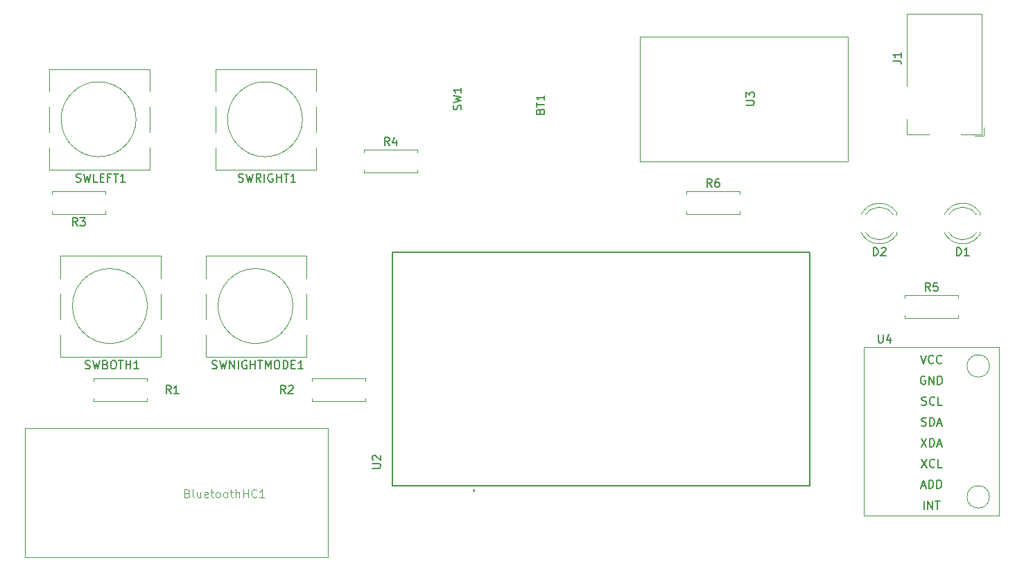
<source format=gbr>
%TF.GenerationSoftware,KiCad,Pcbnew,7.0.2*%
%TF.CreationDate,2023-06-14T14:53:58-05:00*%
%TF.ProjectId,ControlRemoto,436f6e74-726f-46c5-9265-6d6f746f2e6b,rev?*%
%TF.SameCoordinates,Original*%
%TF.FileFunction,Legend,Top*%
%TF.FilePolarity,Positive*%
%FSLAX46Y46*%
G04 Gerber Fmt 4.6, Leading zero omitted, Abs format (unit mm)*
G04 Created by KiCad (PCBNEW 7.0.2) date 2023-06-14 14:53:58*
%MOMM*%
%LPD*%
G01*
G04 APERTURE LIST*
%ADD10C,0.150000*%
%ADD11C,0.100000*%
%ADD12C,0.120000*%
%ADD13C,0.127000*%
%ADD14C,0.200000*%
G04 APERTURE END LIST*
D10*
%TO.C,R4*%
X91273333Y-41272619D02*
X90940000Y-40796428D01*
X90701905Y-41272619D02*
X90701905Y-40272619D01*
X90701905Y-40272619D02*
X91082857Y-40272619D01*
X91082857Y-40272619D02*
X91178095Y-40320238D01*
X91178095Y-40320238D02*
X91225714Y-40367857D01*
X91225714Y-40367857D02*
X91273333Y-40463095D01*
X91273333Y-40463095D02*
X91273333Y-40605952D01*
X91273333Y-40605952D02*
X91225714Y-40701190D01*
X91225714Y-40701190D02*
X91178095Y-40748809D01*
X91178095Y-40748809D02*
X91082857Y-40796428D01*
X91082857Y-40796428D02*
X90701905Y-40796428D01*
X92130476Y-40605952D02*
X92130476Y-41272619D01*
X91892381Y-40225000D02*
X91654286Y-40939285D01*
X91654286Y-40939285D02*
X92273333Y-40939285D01*
%TO.C,SWRIGHT1*%
X72883810Y-45675000D02*
X73026667Y-45722619D01*
X73026667Y-45722619D02*
X73264762Y-45722619D01*
X73264762Y-45722619D02*
X73360000Y-45675000D01*
X73360000Y-45675000D02*
X73407619Y-45627380D01*
X73407619Y-45627380D02*
X73455238Y-45532142D01*
X73455238Y-45532142D02*
X73455238Y-45436904D01*
X73455238Y-45436904D02*
X73407619Y-45341666D01*
X73407619Y-45341666D02*
X73360000Y-45294047D01*
X73360000Y-45294047D02*
X73264762Y-45246428D01*
X73264762Y-45246428D02*
X73074286Y-45198809D01*
X73074286Y-45198809D02*
X72979048Y-45151190D01*
X72979048Y-45151190D02*
X72931429Y-45103571D01*
X72931429Y-45103571D02*
X72883810Y-45008333D01*
X72883810Y-45008333D02*
X72883810Y-44913095D01*
X72883810Y-44913095D02*
X72931429Y-44817857D01*
X72931429Y-44817857D02*
X72979048Y-44770238D01*
X72979048Y-44770238D02*
X73074286Y-44722619D01*
X73074286Y-44722619D02*
X73312381Y-44722619D01*
X73312381Y-44722619D02*
X73455238Y-44770238D01*
X73788572Y-44722619D02*
X74026667Y-45722619D01*
X74026667Y-45722619D02*
X74217143Y-45008333D01*
X74217143Y-45008333D02*
X74407619Y-45722619D01*
X74407619Y-45722619D02*
X74645715Y-44722619D01*
X75598095Y-45722619D02*
X75264762Y-45246428D01*
X75026667Y-45722619D02*
X75026667Y-44722619D01*
X75026667Y-44722619D02*
X75407619Y-44722619D01*
X75407619Y-44722619D02*
X75502857Y-44770238D01*
X75502857Y-44770238D02*
X75550476Y-44817857D01*
X75550476Y-44817857D02*
X75598095Y-44913095D01*
X75598095Y-44913095D02*
X75598095Y-45055952D01*
X75598095Y-45055952D02*
X75550476Y-45151190D01*
X75550476Y-45151190D02*
X75502857Y-45198809D01*
X75502857Y-45198809D02*
X75407619Y-45246428D01*
X75407619Y-45246428D02*
X75026667Y-45246428D01*
X76026667Y-45722619D02*
X76026667Y-44722619D01*
X77026666Y-44770238D02*
X76931428Y-44722619D01*
X76931428Y-44722619D02*
X76788571Y-44722619D01*
X76788571Y-44722619D02*
X76645714Y-44770238D01*
X76645714Y-44770238D02*
X76550476Y-44865476D01*
X76550476Y-44865476D02*
X76502857Y-44960714D01*
X76502857Y-44960714D02*
X76455238Y-45151190D01*
X76455238Y-45151190D02*
X76455238Y-45294047D01*
X76455238Y-45294047D02*
X76502857Y-45484523D01*
X76502857Y-45484523D02*
X76550476Y-45579761D01*
X76550476Y-45579761D02*
X76645714Y-45675000D01*
X76645714Y-45675000D02*
X76788571Y-45722619D01*
X76788571Y-45722619D02*
X76883809Y-45722619D01*
X76883809Y-45722619D02*
X77026666Y-45675000D01*
X77026666Y-45675000D02*
X77074285Y-45627380D01*
X77074285Y-45627380D02*
X77074285Y-45294047D01*
X77074285Y-45294047D02*
X76883809Y-45294047D01*
X77502857Y-45722619D02*
X77502857Y-44722619D01*
X77502857Y-45198809D02*
X78074285Y-45198809D01*
X78074285Y-45722619D02*
X78074285Y-44722619D01*
X78407619Y-44722619D02*
X78979047Y-44722619D01*
X78693333Y-45722619D02*
X78693333Y-44722619D01*
X79836190Y-45722619D02*
X79264762Y-45722619D01*
X79550476Y-45722619D02*
X79550476Y-44722619D01*
X79550476Y-44722619D02*
X79455238Y-44865476D01*
X79455238Y-44865476D02*
X79360000Y-44960714D01*
X79360000Y-44960714D02*
X79264762Y-45008333D01*
%TO.C,BT1*%
X109698809Y-37085714D02*
X109746428Y-36942857D01*
X109746428Y-36942857D02*
X109794047Y-36895238D01*
X109794047Y-36895238D02*
X109889285Y-36847619D01*
X109889285Y-36847619D02*
X110032142Y-36847619D01*
X110032142Y-36847619D02*
X110127380Y-36895238D01*
X110127380Y-36895238D02*
X110175000Y-36942857D01*
X110175000Y-36942857D02*
X110222619Y-37038095D01*
X110222619Y-37038095D02*
X110222619Y-37419047D01*
X110222619Y-37419047D02*
X109222619Y-37419047D01*
X109222619Y-37419047D02*
X109222619Y-37085714D01*
X109222619Y-37085714D02*
X109270238Y-36990476D01*
X109270238Y-36990476D02*
X109317857Y-36942857D01*
X109317857Y-36942857D02*
X109413095Y-36895238D01*
X109413095Y-36895238D02*
X109508333Y-36895238D01*
X109508333Y-36895238D02*
X109603571Y-36942857D01*
X109603571Y-36942857D02*
X109651190Y-36990476D01*
X109651190Y-36990476D02*
X109698809Y-37085714D01*
X109698809Y-37085714D02*
X109698809Y-37419047D01*
X109222619Y-36561904D02*
X109222619Y-35990476D01*
X110222619Y-36276190D02*
X109222619Y-36276190D01*
X110222619Y-35133333D02*
X110222619Y-35704761D01*
X110222619Y-35419047D02*
X109222619Y-35419047D01*
X109222619Y-35419047D02*
X109365476Y-35514285D01*
X109365476Y-35514285D02*
X109460714Y-35609523D01*
X109460714Y-35609523D02*
X109508333Y-35704761D01*
%TO.C,R5*%
X157313333Y-59052619D02*
X156980000Y-58576428D01*
X156741905Y-59052619D02*
X156741905Y-58052619D01*
X156741905Y-58052619D02*
X157122857Y-58052619D01*
X157122857Y-58052619D02*
X157218095Y-58100238D01*
X157218095Y-58100238D02*
X157265714Y-58147857D01*
X157265714Y-58147857D02*
X157313333Y-58243095D01*
X157313333Y-58243095D02*
X157313333Y-58385952D01*
X157313333Y-58385952D02*
X157265714Y-58481190D01*
X157265714Y-58481190D02*
X157218095Y-58528809D01*
X157218095Y-58528809D02*
X157122857Y-58576428D01*
X157122857Y-58576428D02*
X156741905Y-58576428D01*
X158218095Y-58052619D02*
X157741905Y-58052619D01*
X157741905Y-58052619D02*
X157694286Y-58528809D01*
X157694286Y-58528809D02*
X157741905Y-58481190D01*
X157741905Y-58481190D02*
X157837143Y-58433571D01*
X157837143Y-58433571D02*
X158075238Y-58433571D01*
X158075238Y-58433571D02*
X158170476Y-58481190D01*
X158170476Y-58481190D02*
X158218095Y-58528809D01*
X158218095Y-58528809D02*
X158265714Y-58624047D01*
X158265714Y-58624047D02*
X158265714Y-58862142D01*
X158265714Y-58862142D02*
X158218095Y-58957380D01*
X158218095Y-58957380D02*
X158170476Y-59005000D01*
X158170476Y-59005000D02*
X158075238Y-59052619D01*
X158075238Y-59052619D02*
X157837143Y-59052619D01*
X157837143Y-59052619D02*
X157741905Y-59005000D01*
X157741905Y-59005000D02*
X157694286Y-58957380D01*
%TO.C,U2*%
X89217619Y-80696904D02*
X90027142Y-80696904D01*
X90027142Y-80696904D02*
X90122380Y-80649285D01*
X90122380Y-80649285D02*
X90170000Y-80601666D01*
X90170000Y-80601666D02*
X90217619Y-80506428D01*
X90217619Y-80506428D02*
X90217619Y-80315952D01*
X90217619Y-80315952D02*
X90170000Y-80220714D01*
X90170000Y-80220714D02*
X90122380Y-80173095D01*
X90122380Y-80173095D02*
X90027142Y-80125476D01*
X90027142Y-80125476D02*
X89217619Y-80125476D01*
X89312857Y-79696904D02*
X89265238Y-79649285D01*
X89265238Y-79649285D02*
X89217619Y-79554047D01*
X89217619Y-79554047D02*
X89217619Y-79315952D01*
X89217619Y-79315952D02*
X89265238Y-79220714D01*
X89265238Y-79220714D02*
X89312857Y-79173095D01*
X89312857Y-79173095D02*
X89408095Y-79125476D01*
X89408095Y-79125476D02*
X89503333Y-79125476D01*
X89503333Y-79125476D02*
X89646190Y-79173095D01*
X89646190Y-79173095D02*
X90217619Y-79744523D01*
X90217619Y-79744523D02*
X90217619Y-79125476D01*
%TO.C,R2*%
X78573333Y-71582619D02*
X78240000Y-71106428D01*
X78001905Y-71582619D02*
X78001905Y-70582619D01*
X78001905Y-70582619D02*
X78382857Y-70582619D01*
X78382857Y-70582619D02*
X78478095Y-70630238D01*
X78478095Y-70630238D02*
X78525714Y-70677857D01*
X78525714Y-70677857D02*
X78573333Y-70773095D01*
X78573333Y-70773095D02*
X78573333Y-70915952D01*
X78573333Y-70915952D02*
X78525714Y-71011190D01*
X78525714Y-71011190D02*
X78478095Y-71058809D01*
X78478095Y-71058809D02*
X78382857Y-71106428D01*
X78382857Y-71106428D02*
X78001905Y-71106428D01*
X78954286Y-70677857D02*
X79001905Y-70630238D01*
X79001905Y-70630238D02*
X79097143Y-70582619D01*
X79097143Y-70582619D02*
X79335238Y-70582619D01*
X79335238Y-70582619D02*
X79430476Y-70630238D01*
X79430476Y-70630238D02*
X79478095Y-70677857D01*
X79478095Y-70677857D02*
X79525714Y-70773095D01*
X79525714Y-70773095D02*
X79525714Y-70868333D01*
X79525714Y-70868333D02*
X79478095Y-71011190D01*
X79478095Y-71011190D02*
X78906667Y-71582619D01*
X78906667Y-71582619D02*
X79525714Y-71582619D01*
%TO.C,SWNIGHTMODE1*%
X69652381Y-68495000D02*
X69795238Y-68542619D01*
X69795238Y-68542619D02*
X70033333Y-68542619D01*
X70033333Y-68542619D02*
X70128571Y-68495000D01*
X70128571Y-68495000D02*
X70176190Y-68447380D01*
X70176190Y-68447380D02*
X70223809Y-68352142D01*
X70223809Y-68352142D02*
X70223809Y-68256904D01*
X70223809Y-68256904D02*
X70176190Y-68161666D01*
X70176190Y-68161666D02*
X70128571Y-68114047D01*
X70128571Y-68114047D02*
X70033333Y-68066428D01*
X70033333Y-68066428D02*
X69842857Y-68018809D01*
X69842857Y-68018809D02*
X69747619Y-67971190D01*
X69747619Y-67971190D02*
X69700000Y-67923571D01*
X69700000Y-67923571D02*
X69652381Y-67828333D01*
X69652381Y-67828333D02*
X69652381Y-67733095D01*
X69652381Y-67733095D02*
X69700000Y-67637857D01*
X69700000Y-67637857D02*
X69747619Y-67590238D01*
X69747619Y-67590238D02*
X69842857Y-67542619D01*
X69842857Y-67542619D02*
X70080952Y-67542619D01*
X70080952Y-67542619D02*
X70223809Y-67590238D01*
X70557143Y-67542619D02*
X70795238Y-68542619D01*
X70795238Y-68542619D02*
X70985714Y-67828333D01*
X70985714Y-67828333D02*
X71176190Y-68542619D01*
X71176190Y-68542619D02*
X71414286Y-67542619D01*
X71795238Y-68542619D02*
X71795238Y-67542619D01*
X71795238Y-67542619D02*
X72366666Y-68542619D01*
X72366666Y-68542619D02*
X72366666Y-67542619D01*
X72842857Y-68542619D02*
X72842857Y-67542619D01*
X73842856Y-67590238D02*
X73747618Y-67542619D01*
X73747618Y-67542619D02*
X73604761Y-67542619D01*
X73604761Y-67542619D02*
X73461904Y-67590238D01*
X73461904Y-67590238D02*
X73366666Y-67685476D01*
X73366666Y-67685476D02*
X73319047Y-67780714D01*
X73319047Y-67780714D02*
X73271428Y-67971190D01*
X73271428Y-67971190D02*
X73271428Y-68114047D01*
X73271428Y-68114047D02*
X73319047Y-68304523D01*
X73319047Y-68304523D02*
X73366666Y-68399761D01*
X73366666Y-68399761D02*
X73461904Y-68495000D01*
X73461904Y-68495000D02*
X73604761Y-68542619D01*
X73604761Y-68542619D02*
X73699999Y-68542619D01*
X73699999Y-68542619D02*
X73842856Y-68495000D01*
X73842856Y-68495000D02*
X73890475Y-68447380D01*
X73890475Y-68447380D02*
X73890475Y-68114047D01*
X73890475Y-68114047D02*
X73699999Y-68114047D01*
X74319047Y-68542619D02*
X74319047Y-67542619D01*
X74319047Y-68018809D02*
X74890475Y-68018809D01*
X74890475Y-68542619D02*
X74890475Y-67542619D01*
X75223809Y-67542619D02*
X75795237Y-67542619D01*
X75509523Y-68542619D02*
X75509523Y-67542619D01*
X76128571Y-68542619D02*
X76128571Y-67542619D01*
X76128571Y-67542619D02*
X76461904Y-68256904D01*
X76461904Y-68256904D02*
X76795237Y-67542619D01*
X76795237Y-67542619D02*
X76795237Y-68542619D01*
X77461904Y-67542619D02*
X77652380Y-67542619D01*
X77652380Y-67542619D02*
X77747618Y-67590238D01*
X77747618Y-67590238D02*
X77842856Y-67685476D01*
X77842856Y-67685476D02*
X77890475Y-67875952D01*
X77890475Y-67875952D02*
X77890475Y-68209285D01*
X77890475Y-68209285D02*
X77842856Y-68399761D01*
X77842856Y-68399761D02*
X77747618Y-68495000D01*
X77747618Y-68495000D02*
X77652380Y-68542619D01*
X77652380Y-68542619D02*
X77461904Y-68542619D01*
X77461904Y-68542619D02*
X77366666Y-68495000D01*
X77366666Y-68495000D02*
X77271428Y-68399761D01*
X77271428Y-68399761D02*
X77223809Y-68209285D01*
X77223809Y-68209285D02*
X77223809Y-67875952D01*
X77223809Y-67875952D02*
X77271428Y-67685476D01*
X77271428Y-67685476D02*
X77366666Y-67590238D01*
X77366666Y-67590238D02*
X77461904Y-67542619D01*
X78319047Y-68542619D02*
X78319047Y-67542619D01*
X78319047Y-67542619D02*
X78557142Y-67542619D01*
X78557142Y-67542619D02*
X78699999Y-67590238D01*
X78699999Y-67590238D02*
X78795237Y-67685476D01*
X78795237Y-67685476D02*
X78842856Y-67780714D01*
X78842856Y-67780714D02*
X78890475Y-67971190D01*
X78890475Y-67971190D02*
X78890475Y-68114047D01*
X78890475Y-68114047D02*
X78842856Y-68304523D01*
X78842856Y-68304523D02*
X78795237Y-68399761D01*
X78795237Y-68399761D02*
X78699999Y-68495000D01*
X78699999Y-68495000D02*
X78557142Y-68542619D01*
X78557142Y-68542619D02*
X78319047Y-68542619D01*
X79319047Y-68018809D02*
X79652380Y-68018809D01*
X79795237Y-68542619D02*
X79319047Y-68542619D01*
X79319047Y-68542619D02*
X79319047Y-67542619D01*
X79319047Y-67542619D02*
X79795237Y-67542619D01*
X80747618Y-68542619D02*
X80176190Y-68542619D01*
X80461904Y-68542619D02*
X80461904Y-67542619D01*
X80461904Y-67542619D02*
X80366666Y-67685476D01*
X80366666Y-67685476D02*
X80271428Y-67780714D01*
X80271428Y-67780714D02*
X80176190Y-67828333D01*
%TO.C,R6*%
X130643333Y-46352619D02*
X130310000Y-45876428D01*
X130071905Y-46352619D02*
X130071905Y-45352619D01*
X130071905Y-45352619D02*
X130452857Y-45352619D01*
X130452857Y-45352619D02*
X130548095Y-45400238D01*
X130548095Y-45400238D02*
X130595714Y-45447857D01*
X130595714Y-45447857D02*
X130643333Y-45543095D01*
X130643333Y-45543095D02*
X130643333Y-45685952D01*
X130643333Y-45685952D02*
X130595714Y-45781190D01*
X130595714Y-45781190D02*
X130548095Y-45828809D01*
X130548095Y-45828809D02*
X130452857Y-45876428D01*
X130452857Y-45876428D02*
X130071905Y-45876428D01*
X131500476Y-45352619D02*
X131310000Y-45352619D01*
X131310000Y-45352619D02*
X131214762Y-45400238D01*
X131214762Y-45400238D02*
X131167143Y-45447857D01*
X131167143Y-45447857D02*
X131071905Y-45590714D01*
X131071905Y-45590714D02*
X131024286Y-45781190D01*
X131024286Y-45781190D02*
X131024286Y-46162142D01*
X131024286Y-46162142D02*
X131071905Y-46257380D01*
X131071905Y-46257380D02*
X131119524Y-46305000D01*
X131119524Y-46305000D02*
X131214762Y-46352619D01*
X131214762Y-46352619D02*
X131405238Y-46352619D01*
X131405238Y-46352619D02*
X131500476Y-46305000D01*
X131500476Y-46305000D02*
X131548095Y-46257380D01*
X131548095Y-46257380D02*
X131595714Y-46162142D01*
X131595714Y-46162142D02*
X131595714Y-45924047D01*
X131595714Y-45924047D02*
X131548095Y-45828809D01*
X131548095Y-45828809D02*
X131500476Y-45781190D01*
X131500476Y-45781190D02*
X131405238Y-45733571D01*
X131405238Y-45733571D02*
X131214762Y-45733571D01*
X131214762Y-45733571D02*
X131119524Y-45781190D01*
X131119524Y-45781190D02*
X131071905Y-45828809D01*
X131071905Y-45828809D02*
X131024286Y-45924047D01*
%TO.C,SWBOTH1*%
X54158095Y-68495000D02*
X54300952Y-68542619D01*
X54300952Y-68542619D02*
X54539047Y-68542619D01*
X54539047Y-68542619D02*
X54634285Y-68495000D01*
X54634285Y-68495000D02*
X54681904Y-68447380D01*
X54681904Y-68447380D02*
X54729523Y-68352142D01*
X54729523Y-68352142D02*
X54729523Y-68256904D01*
X54729523Y-68256904D02*
X54681904Y-68161666D01*
X54681904Y-68161666D02*
X54634285Y-68114047D01*
X54634285Y-68114047D02*
X54539047Y-68066428D01*
X54539047Y-68066428D02*
X54348571Y-68018809D01*
X54348571Y-68018809D02*
X54253333Y-67971190D01*
X54253333Y-67971190D02*
X54205714Y-67923571D01*
X54205714Y-67923571D02*
X54158095Y-67828333D01*
X54158095Y-67828333D02*
X54158095Y-67733095D01*
X54158095Y-67733095D02*
X54205714Y-67637857D01*
X54205714Y-67637857D02*
X54253333Y-67590238D01*
X54253333Y-67590238D02*
X54348571Y-67542619D01*
X54348571Y-67542619D02*
X54586666Y-67542619D01*
X54586666Y-67542619D02*
X54729523Y-67590238D01*
X55062857Y-67542619D02*
X55300952Y-68542619D01*
X55300952Y-68542619D02*
X55491428Y-67828333D01*
X55491428Y-67828333D02*
X55681904Y-68542619D01*
X55681904Y-68542619D02*
X55920000Y-67542619D01*
X56634285Y-68018809D02*
X56777142Y-68066428D01*
X56777142Y-68066428D02*
X56824761Y-68114047D01*
X56824761Y-68114047D02*
X56872380Y-68209285D01*
X56872380Y-68209285D02*
X56872380Y-68352142D01*
X56872380Y-68352142D02*
X56824761Y-68447380D01*
X56824761Y-68447380D02*
X56777142Y-68495000D01*
X56777142Y-68495000D02*
X56681904Y-68542619D01*
X56681904Y-68542619D02*
X56300952Y-68542619D01*
X56300952Y-68542619D02*
X56300952Y-67542619D01*
X56300952Y-67542619D02*
X56634285Y-67542619D01*
X56634285Y-67542619D02*
X56729523Y-67590238D01*
X56729523Y-67590238D02*
X56777142Y-67637857D01*
X56777142Y-67637857D02*
X56824761Y-67733095D01*
X56824761Y-67733095D02*
X56824761Y-67828333D01*
X56824761Y-67828333D02*
X56777142Y-67923571D01*
X56777142Y-67923571D02*
X56729523Y-67971190D01*
X56729523Y-67971190D02*
X56634285Y-68018809D01*
X56634285Y-68018809D02*
X56300952Y-68018809D01*
X57491428Y-67542619D02*
X57681904Y-67542619D01*
X57681904Y-67542619D02*
X57777142Y-67590238D01*
X57777142Y-67590238D02*
X57872380Y-67685476D01*
X57872380Y-67685476D02*
X57919999Y-67875952D01*
X57919999Y-67875952D02*
X57919999Y-68209285D01*
X57919999Y-68209285D02*
X57872380Y-68399761D01*
X57872380Y-68399761D02*
X57777142Y-68495000D01*
X57777142Y-68495000D02*
X57681904Y-68542619D01*
X57681904Y-68542619D02*
X57491428Y-68542619D01*
X57491428Y-68542619D02*
X57396190Y-68495000D01*
X57396190Y-68495000D02*
X57300952Y-68399761D01*
X57300952Y-68399761D02*
X57253333Y-68209285D01*
X57253333Y-68209285D02*
X57253333Y-67875952D01*
X57253333Y-67875952D02*
X57300952Y-67685476D01*
X57300952Y-67685476D02*
X57396190Y-67590238D01*
X57396190Y-67590238D02*
X57491428Y-67542619D01*
X58205714Y-67542619D02*
X58777142Y-67542619D01*
X58491428Y-68542619D02*
X58491428Y-67542619D01*
X59110476Y-68542619D02*
X59110476Y-67542619D01*
X59110476Y-68018809D02*
X59681904Y-68018809D01*
X59681904Y-68542619D02*
X59681904Y-67542619D01*
X60681904Y-68542619D02*
X60110476Y-68542619D01*
X60396190Y-68542619D02*
X60396190Y-67542619D01*
X60396190Y-67542619D02*
X60300952Y-67685476D01*
X60300952Y-67685476D02*
X60205714Y-67780714D01*
X60205714Y-67780714D02*
X60110476Y-67828333D01*
%TO.C,D1*%
X160551905Y-54722619D02*
X160551905Y-53722619D01*
X160551905Y-53722619D02*
X160790000Y-53722619D01*
X160790000Y-53722619D02*
X160932857Y-53770238D01*
X160932857Y-53770238D02*
X161028095Y-53865476D01*
X161028095Y-53865476D02*
X161075714Y-53960714D01*
X161075714Y-53960714D02*
X161123333Y-54151190D01*
X161123333Y-54151190D02*
X161123333Y-54294047D01*
X161123333Y-54294047D02*
X161075714Y-54484523D01*
X161075714Y-54484523D02*
X161028095Y-54579761D01*
X161028095Y-54579761D02*
X160932857Y-54675000D01*
X160932857Y-54675000D02*
X160790000Y-54722619D01*
X160790000Y-54722619D02*
X160551905Y-54722619D01*
X162075714Y-54722619D02*
X161504286Y-54722619D01*
X161790000Y-54722619D02*
X161790000Y-53722619D01*
X161790000Y-53722619D02*
X161694762Y-53865476D01*
X161694762Y-53865476D02*
X161599524Y-53960714D01*
X161599524Y-53960714D02*
X161504286Y-54008333D01*
%TO.C,U3*%
X134852619Y-36321904D02*
X135662142Y-36321904D01*
X135662142Y-36321904D02*
X135757380Y-36274285D01*
X135757380Y-36274285D02*
X135805000Y-36226666D01*
X135805000Y-36226666D02*
X135852619Y-36131428D01*
X135852619Y-36131428D02*
X135852619Y-35940952D01*
X135852619Y-35940952D02*
X135805000Y-35845714D01*
X135805000Y-35845714D02*
X135757380Y-35798095D01*
X135757380Y-35798095D02*
X135662142Y-35750476D01*
X135662142Y-35750476D02*
X134852619Y-35750476D01*
X134852619Y-35369523D02*
X134852619Y-34750476D01*
X134852619Y-34750476D02*
X135233571Y-35083809D01*
X135233571Y-35083809D02*
X135233571Y-34940952D01*
X135233571Y-34940952D02*
X135281190Y-34845714D01*
X135281190Y-34845714D02*
X135328809Y-34798095D01*
X135328809Y-34798095D02*
X135424047Y-34750476D01*
X135424047Y-34750476D02*
X135662142Y-34750476D01*
X135662142Y-34750476D02*
X135757380Y-34798095D01*
X135757380Y-34798095D02*
X135805000Y-34845714D01*
X135805000Y-34845714D02*
X135852619Y-34940952D01*
X135852619Y-34940952D02*
X135852619Y-35226666D01*
X135852619Y-35226666D02*
X135805000Y-35321904D01*
X135805000Y-35321904D02*
X135757380Y-35369523D01*
%TO.C,SWLEFT1*%
X53040000Y-45675000D02*
X53182857Y-45722619D01*
X53182857Y-45722619D02*
X53420952Y-45722619D01*
X53420952Y-45722619D02*
X53516190Y-45675000D01*
X53516190Y-45675000D02*
X53563809Y-45627380D01*
X53563809Y-45627380D02*
X53611428Y-45532142D01*
X53611428Y-45532142D02*
X53611428Y-45436904D01*
X53611428Y-45436904D02*
X53563809Y-45341666D01*
X53563809Y-45341666D02*
X53516190Y-45294047D01*
X53516190Y-45294047D02*
X53420952Y-45246428D01*
X53420952Y-45246428D02*
X53230476Y-45198809D01*
X53230476Y-45198809D02*
X53135238Y-45151190D01*
X53135238Y-45151190D02*
X53087619Y-45103571D01*
X53087619Y-45103571D02*
X53040000Y-45008333D01*
X53040000Y-45008333D02*
X53040000Y-44913095D01*
X53040000Y-44913095D02*
X53087619Y-44817857D01*
X53087619Y-44817857D02*
X53135238Y-44770238D01*
X53135238Y-44770238D02*
X53230476Y-44722619D01*
X53230476Y-44722619D02*
X53468571Y-44722619D01*
X53468571Y-44722619D02*
X53611428Y-44770238D01*
X53944762Y-44722619D02*
X54182857Y-45722619D01*
X54182857Y-45722619D02*
X54373333Y-45008333D01*
X54373333Y-45008333D02*
X54563809Y-45722619D01*
X54563809Y-45722619D02*
X54801905Y-44722619D01*
X55659047Y-45722619D02*
X55182857Y-45722619D01*
X55182857Y-45722619D02*
X55182857Y-44722619D01*
X55992381Y-45198809D02*
X56325714Y-45198809D01*
X56468571Y-45722619D02*
X55992381Y-45722619D01*
X55992381Y-45722619D02*
X55992381Y-44722619D01*
X55992381Y-44722619D02*
X56468571Y-44722619D01*
X57230476Y-45198809D02*
X56897143Y-45198809D01*
X56897143Y-45722619D02*
X56897143Y-44722619D01*
X56897143Y-44722619D02*
X57373333Y-44722619D01*
X57611429Y-44722619D02*
X58182857Y-44722619D01*
X57897143Y-45722619D02*
X57897143Y-44722619D01*
X59040000Y-45722619D02*
X58468572Y-45722619D01*
X58754286Y-45722619D02*
X58754286Y-44722619D01*
X58754286Y-44722619D02*
X58659048Y-44865476D01*
X58659048Y-44865476D02*
X58563810Y-44960714D01*
X58563810Y-44960714D02*
X58468572Y-45008333D01*
%TO.C,SW1*%
X100015000Y-36893332D02*
X100062619Y-36750475D01*
X100062619Y-36750475D02*
X100062619Y-36512380D01*
X100062619Y-36512380D02*
X100015000Y-36417142D01*
X100015000Y-36417142D02*
X99967380Y-36369523D01*
X99967380Y-36369523D02*
X99872142Y-36321904D01*
X99872142Y-36321904D02*
X99776904Y-36321904D01*
X99776904Y-36321904D02*
X99681666Y-36369523D01*
X99681666Y-36369523D02*
X99634047Y-36417142D01*
X99634047Y-36417142D02*
X99586428Y-36512380D01*
X99586428Y-36512380D02*
X99538809Y-36702856D01*
X99538809Y-36702856D02*
X99491190Y-36798094D01*
X99491190Y-36798094D02*
X99443571Y-36845713D01*
X99443571Y-36845713D02*
X99348333Y-36893332D01*
X99348333Y-36893332D02*
X99253095Y-36893332D01*
X99253095Y-36893332D02*
X99157857Y-36845713D01*
X99157857Y-36845713D02*
X99110238Y-36798094D01*
X99110238Y-36798094D02*
X99062619Y-36702856D01*
X99062619Y-36702856D02*
X99062619Y-36464761D01*
X99062619Y-36464761D02*
X99110238Y-36321904D01*
X99062619Y-35988570D02*
X100062619Y-35750475D01*
X100062619Y-35750475D02*
X99348333Y-35559999D01*
X99348333Y-35559999D02*
X100062619Y-35369523D01*
X100062619Y-35369523D02*
X99062619Y-35131428D01*
X100062619Y-34226666D02*
X100062619Y-34798094D01*
X100062619Y-34512380D02*
X99062619Y-34512380D01*
X99062619Y-34512380D02*
X99205476Y-34607618D01*
X99205476Y-34607618D02*
X99300714Y-34702856D01*
X99300714Y-34702856D02*
X99348333Y-34798094D01*
%TO.C,J1*%
X152775119Y-30903333D02*
X153489404Y-30903333D01*
X153489404Y-30903333D02*
X153632261Y-30950952D01*
X153632261Y-30950952D02*
X153727500Y-31046190D01*
X153727500Y-31046190D02*
X153775119Y-31189047D01*
X153775119Y-31189047D02*
X153775119Y-31284285D01*
X153775119Y-29903333D02*
X153775119Y-30474761D01*
X153775119Y-30189047D02*
X152775119Y-30189047D01*
X152775119Y-30189047D02*
X152917976Y-30284285D01*
X152917976Y-30284285D02*
X153013214Y-30379523D01*
X153013214Y-30379523D02*
X153060833Y-30474761D01*
%TO.C,R3*%
X53173333Y-51092619D02*
X52840000Y-50616428D01*
X52601905Y-51092619D02*
X52601905Y-50092619D01*
X52601905Y-50092619D02*
X52982857Y-50092619D01*
X52982857Y-50092619D02*
X53078095Y-50140238D01*
X53078095Y-50140238D02*
X53125714Y-50187857D01*
X53125714Y-50187857D02*
X53173333Y-50283095D01*
X53173333Y-50283095D02*
X53173333Y-50425952D01*
X53173333Y-50425952D02*
X53125714Y-50521190D01*
X53125714Y-50521190D02*
X53078095Y-50568809D01*
X53078095Y-50568809D02*
X52982857Y-50616428D01*
X52982857Y-50616428D02*
X52601905Y-50616428D01*
X53506667Y-50092619D02*
X54125714Y-50092619D01*
X54125714Y-50092619D02*
X53792381Y-50473571D01*
X53792381Y-50473571D02*
X53935238Y-50473571D01*
X53935238Y-50473571D02*
X54030476Y-50521190D01*
X54030476Y-50521190D02*
X54078095Y-50568809D01*
X54078095Y-50568809D02*
X54125714Y-50664047D01*
X54125714Y-50664047D02*
X54125714Y-50902142D01*
X54125714Y-50902142D02*
X54078095Y-50997380D01*
X54078095Y-50997380D02*
X54030476Y-51045000D01*
X54030476Y-51045000D02*
X53935238Y-51092619D01*
X53935238Y-51092619D02*
X53649524Y-51092619D01*
X53649524Y-51092619D02*
X53554286Y-51045000D01*
X53554286Y-51045000D02*
X53506667Y-50997380D01*
%TO.C,D2*%
X150391905Y-54722619D02*
X150391905Y-53722619D01*
X150391905Y-53722619D02*
X150630000Y-53722619D01*
X150630000Y-53722619D02*
X150772857Y-53770238D01*
X150772857Y-53770238D02*
X150868095Y-53865476D01*
X150868095Y-53865476D02*
X150915714Y-53960714D01*
X150915714Y-53960714D02*
X150963333Y-54151190D01*
X150963333Y-54151190D02*
X150963333Y-54294047D01*
X150963333Y-54294047D02*
X150915714Y-54484523D01*
X150915714Y-54484523D02*
X150868095Y-54579761D01*
X150868095Y-54579761D02*
X150772857Y-54675000D01*
X150772857Y-54675000D02*
X150630000Y-54722619D01*
X150630000Y-54722619D02*
X150391905Y-54722619D01*
X151344286Y-53817857D02*
X151391905Y-53770238D01*
X151391905Y-53770238D02*
X151487143Y-53722619D01*
X151487143Y-53722619D02*
X151725238Y-53722619D01*
X151725238Y-53722619D02*
X151820476Y-53770238D01*
X151820476Y-53770238D02*
X151868095Y-53817857D01*
X151868095Y-53817857D02*
X151915714Y-53913095D01*
X151915714Y-53913095D02*
X151915714Y-54008333D01*
X151915714Y-54008333D02*
X151868095Y-54151190D01*
X151868095Y-54151190D02*
X151296667Y-54722619D01*
X151296667Y-54722619D02*
X151915714Y-54722619D01*
D11*
%TO.C,BluetoothHC1*%
X66619999Y-83758809D02*
X66762856Y-83806428D01*
X66762856Y-83806428D02*
X66810475Y-83854047D01*
X66810475Y-83854047D02*
X66858094Y-83949285D01*
X66858094Y-83949285D02*
X66858094Y-84092142D01*
X66858094Y-84092142D02*
X66810475Y-84187380D01*
X66810475Y-84187380D02*
X66762856Y-84235000D01*
X66762856Y-84235000D02*
X66667618Y-84282619D01*
X66667618Y-84282619D02*
X66286666Y-84282619D01*
X66286666Y-84282619D02*
X66286666Y-83282619D01*
X66286666Y-83282619D02*
X66619999Y-83282619D01*
X66619999Y-83282619D02*
X66715237Y-83330238D01*
X66715237Y-83330238D02*
X66762856Y-83377857D01*
X66762856Y-83377857D02*
X66810475Y-83473095D01*
X66810475Y-83473095D02*
X66810475Y-83568333D01*
X66810475Y-83568333D02*
X66762856Y-83663571D01*
X66762856Y-83663571D02*
X66715237Y-83711190D01*
X66715237Y-83711190D02*
X66619999Y-83758809D01*
X66619999Y-83758809D02*
X66286666Y-83758809D01*
X67429523Y-84282619D02*
X67334285Y-84235000D01*
X67334285Y-84235000D02*
X67286666Y-84139761D01*
X67286666Y-84139761D02*
X67286666Y-83282619D01*
X68239047Y-83615952D02*
X68239047Y-84282619D01*
X67810476Y-83615952D02*
X67810476Y-84139761D01*
X67810476Y-84139761D02*
X67858095Y-84235000D01*
X67858095Y-84235000D02*
X67953333Y-84282619D01*
X67953333Y-84282619D02*
X68096190Y-84282619D01*
X68096190Y-84282619D02*
X68191428Y-84235000D01*
X68191428Y-84235000D02*
X68239047Y-84187380D01*
X69096190Y-84235000D02*
X69000952Y-84282619D01*
X69000952Y-84282619D02*
X68810476Y-84282619D01*
X68810476Y-84282619D02*
X68715238Y-84235000D01*
X68715238Y-84235000D02*
X68667619Y-84139761D01*
X68667619Y-84139761D02*
X68667619Y-83758809D01*
X68667619Y-83758809D02*
X68715238Y-83663571D01*
X68715238Y-83663571D02*
X68810476Y-83615952D01*
X68810476Y-83615952D02*
X69000952Y-83615952D01*
X69000952Y-83615952D02*
X69096190Y-83663571D01*
X69096190Y-83663571D02*
X69143809Y-83758809D01*
X69143809Y-83758809D02*
X69143809Y-83854047D01*
X69143809Y-83854047D02*
X68667619Y-83949285D01*
X69429524Y-83615952D02*
X69810476Y-83615952D01*
X69572381Y-83282619D02*
X69572381Y-84139761D01*
X69572381Y-84139761D02*
X69620000Y-84235000D01*
X69620000Y-84235000D02*
X69715238Y-84282619D01*
X69715238Y-84282619D02*
X69810476Y-84282619D01*
X70286667Y-84282619D02*
X70191429Y-84235000D01*
X70191429Y-84235000D02*
X70143810Y-84187380D01*
X70143810Y-84187380D02*
X70096191Y-84092142D01*
X70096191Y-84092142D02*
X70096191Y-83806428D01*
X70096191Y-83806428D02*
X70143810Y-83711190D01*
X70143810Y-83711190D02*
X70191429Y-83663571D01*
X70191429Y-83663571D02*
X70286667Y-83615952D01*
X70286667Y-83615952D02*
X70429524Y-83615952D01*
X70429524Y-83615952D02*
X70524762Y-83663571D01*
X70524762Y-83663571D02*
X70572381Y-83711190D01*
X70572381Y-83711190D02*
X70620000Y-83806428D01*
X70620000Y-83806428D02*
X70620000Y-84092142D01*
X70620000Y-84092142D02*
X70572381Y-84187380D01*
X70572381Y-84187380D02*
X70524762Y-84235000D01*
X70524762Y-84235000D02*
X70429524Y-84282619D01*
X70429524Y-84282619D02*
X70286667Y-84282619D01*
X71191429Y-84282619D02*
X71096191Y-84235000D01*
X71096191Y-84235000D02*
X71048572Y-84187380D01*
X71048572Y-84187380D02*
X71000953Y-84092142D01*
X71000953Y-84092142D02*
X71000953Y-83806428D01*
X71000953Y-83806428D02*
X71048572Y-83711190D01*
X71048572Y-83711190D02*
X71096191Y-83663571D01*
X71096191Y-83663571D02*
X71191429Y-83615952D01*
X71191429Y-83615952D02*
X71334286Y-83615952D01*
X71334286Y-83615952D02*
X71429524Y-83663571D01*
X71429524Y-83663571D02*
X71477143Y-83711190D01*
X71477143Y-83711190D02*
X71524762Y-83806428D01*
X71524762Y-83806428D02*
X71524762Y-84092142D01*
X71524762Y-84092142D02*
X71477143Y-84187380D01*
X71477143Y-84187380D02*
X71429524Y-84235000D01*
X71429524Y-84235000D02*
X71334286Y-84282619D01*
X71334286Y-84282619D02*
X71191429Y-84282619D01*
X71810477Y-83615952D02*
X72191429Y-83615952D01*
X71953334Y-83282619D02*
X71953334Y-84139761D01*
X71953334Y-84139761D02*
X72000953Y-84235000D01*
X72000953Y-84235000D02*
X72096191Y-84282619D01*
X72096191Y-84282619D02*
X72191429Y-84282619D01*
X72524763Y-84282619D02*
X72524763Y-83282619D01*
X72953334Y-84282619D02*
X72953334Y-83758809D01*
X72953334Y-83758809D02*
X72905715Y-83663571D01*
X72905715Y-83663571D02*
X72810477Y-83615952D01*
X72810477Y-83615952D02*
X72667620Y-83615952D01*
X72667620Y-83615952D02*
X72572382Y-83663571D01*
X72572382Y-83663571D02*
X72524763Y-83711190D01*
X73429525Y-84282619D02*
X73429525Y-83282619D01*
X73429525Y-83758809D02*
X74000953Y-83758809D01*
X74000953Y-84282619D02*
X74000953Y-83282619D01*
X75048572Y-84187380D02*
X75000953Y-84235000D01*
X75000953Y-84235000D02*
X74858096Y-84282619D01*
X74858096Y-84282619D02*
X74762858Y-84282619D01*
X74762858Y-84282619D02*
X74620001Y-84235000D01*
X74620001Y-84235000D02*
X74524763Y-84139761D01*
X74524763Y-84139761D02*
X74477144Y-84044523D01*
X74477144Y-84044523D02*
X74429525Y-83854047D01*
X74429525Y-83854047D02*
X74429525Y-83711190D01*
X74429525Y-83711190D02*
X74477144Y-83520714D01*
X74477144Y-83520714D02*
X74524763Y-83425476D01*
X74524763Y-83425476D02*
X74620001Y-83330238D01*
X74620001Y-83330238D02*
X74762858Y-83282619D01*
X74762858Y-83282619D02*
X74858096Y-83282619D01*
X74858096Y-83282619D02*
X75000953Y-83330238D01*
X75000953Y-83330238D02*
X75048572Y-83377857D01*
X76000953Y-84282619D02*
X75429525Y-84282619D01*
X75715239Y-84282619D02*
X75715239Y-83282619D01*
X75715239Y-83282619D02*
X75620001Y-83425476D01*
X75620001Y-83425476D02*
X75524763Y-83520714D01*
X75524763Y-83520714D02*
X75429525Y-83568333D01*
D10*
%TO.C,R1*%
X64603333Y-71582619D02*
X64270000Y-71106428D01*
X64031905Y-71582619D02*
X64031905Y-70582619D01*
X64031905Y-70582619D02*
X64412857Y-70582619D01*
X64412857Y-70582619D02*
X64508095Y-70630238D01*
X64508095Y-70630238D02*
X64555714Y-70677857D01*
X64555714Y-70677857D02*
X64603333Y-70773095D01*
X64603333Y-70773095D02*
X64603333Y-70915952D01*
X64603333Y-70915952D02*
X64555714Y-71011190D01*
X64555714Y-71011190D02*
X64508095Y-71058809D01*
X64508095Y-71058809D02*
X64412857Y-71106428D01*
X64412857Y-71106428D02*
X64031905Y-71106428D01*
X65555714Y-71582619D02*
X64984286Y-71582619D01*
X65270000Y-71582619D02*
X65270000Y-70582619D01*
X65270000Y-70582619D02*
X65174762Y-70725476D01*
X65174762Y-70725476D02*
X65079524Y-70820714D01*
X65079524Y-70820714D02*
X64984286Y-70868333D01*
%TO.C,U4*%
X151003095Y-64359619D02*
X151003095Y-65169142D01*
X151003095Y-65169142D02*
X151050714Y-65264380D01*
X151050714Y-65264380D02*
X151098333Y-65312000D01*
X151098333Y-65312000D02*
X151193571Y-65359619D01*
X151193571Y-65359619D02*
X151384047Y-65359619D01*
X151384047Y-65359619D02*
X151479285Y-65312000D01*
X151479285Y-65312000D02*
X151526904Y-65264380D01*
X151526904Y-65264380D02*
X151574523Y-65169142D01*
X151574523Y-65169142D02*
X151574523Y-64359619D01*
X152479285Y-64692952D02*
X152479285Y-65359619D01*
X152241190Y-64312000D02*
X152003095Y-65026285D01*
X152003095Y-65026285D02*
X152622142Y-65026285D01*
X156718095Y-69487238D02*
X156622857Y-69439619D01*
X156622857Y-69439619D02*
X156480000Y-69439619D01*
X156480000Y-69439619D02*
X156337143Y-69487238D01*
X156337143Y-69487238D02*
X156241905Y-69582476D01*
X156241905Y-69582476D02*
X156194286Y-69677714D01*
X156194286Y-69677714D02*
X156146667Y-69868190D01*
X156146667Y-69868190D02*
X156146667Y-70011047D01*
X156146667Y-70011047D02*
X156194286Y-70201523D01*
X156194286Y-70201523D02*
X156241905Y-70296761D01*
X156241905Y-70296761D02*
X156337143Y-70392000D01*
X156337143Y-70392000D02*
X156480000Y-70439619D01*
X156480000Y-70439619D02*
X156575238Y-70439619D01*
X156575238Y-70439619D02*
X156718095Y-70392000D01*
X156718095Y-70392000D02*
X156765714Y-70344380D01*
X156765714Y-70344380D02*
X156765714Y-70011047D01*
X156765714Y-70011047D02*
X156575238Y-70011047D01*
X157194286Y-70439619D02*
X157194286Y-69439619D01*
X157194286Y-69439619D02*
X157765714Y-70439619D01*
X157765714Y-70439619D02*
X157765714Y-69439619D01*
X158241905Y-70439619D02*
X158241905Y-69439619D01*
X158241905Y-69439619D02*
X158480000Y-69439619D01*
X158480000Y-69439619D02*
X158622857Y-69487238D01*
X158622857Y-69487238D02*
X158718095Y-69582476D01*
X158718095Y-69582476D02*
X158765714Y-69677714D01*
X158765714Y-69677714D02*
X158813333Y-69868190D01*
X158813333Y-69868190D02*
X158813333Y-70011047D01*
X158813333Y-70011047D02*
X158765714Y-70201523D01*
X158765714Y-70201523D02*
X158718095Y-70296761D01*
X158718095Y-70296761D02*
X158622857Y-70392000D01*
X158622857Y-70392000D02*
X158480000Y-70439619D01*
X158480000Y-70439619D02*
X158241905Y-70439619D01*
X156241905Y-82853904D02*
X156718095Y-82853904D01*
X156146667Y-83139619D02*
X156480000Y-82139619D01*
X156480000Y-82139619D02*
X156813333Y-83139619D01*
X157146667Y-83139619D02*
X157146667Y-82139619D01*
X157146667Y-82139619D02*
X157384762Y-82139619D01*
X157384762Y-82139619D02*
X157527619Y-82187238D01*
X157527619Y-82187238D02*
X157622857Y-82282476D01*
X157622857Y-82282476D02*
X157670476Y-82377714D01*
X157670476Y-82377714D02*
X157718095Y-82568190D01*
X157718095Y-82568190D02*
X157718095Y-82711047D01*
X157718095Y-82711047D02*
X157670476Y-82901523D01*
X157670476Y-82901523D02*
X157622857Y-82996761D01*
X157622857Y-82996761D02*
X157527619Y-83092000D01*
X157527619Y-83092000D02*
X157384762Y-83139619D01*
X157384762Y-83139619D02*
X157146667Y-83139619D01*
X158146667Y-83139619D02*
X158146667Y-82139619D01*
X158146667Y-82139619D02*
X158384762Y-82139619D01*
X158384762Y-82139619D02*
X158527619Y-82187238D01*
X158527619Y-82187238D02*
X158622857Y-82282476D01*
X158622857Y-82282476D02*
X158670476Y-82377714D01*
X158670476Y-82377714D02*
X158718095Y-82568190D01*
X158718095Y-82568190D02*
X158718095Y-82711047D01*
X158718095Y-82711047D02*
X158670476Y-82901523D01*
X158670476Y-82901523D02*
X158622857Y-82996761D01*
X158622857Y-82996761D02*
X158527619Y-83092000D01*
X158527619Y-83092000D02*
X158384762Y-83139619D01*
X158384762Y-83139619D02*
X158146667Y-83139619D01*
X156241905Y-79599619D02*
X156908571Y-80599619D01*
X156908571Y-79599619D02*
X156241905Y-80599619D01*
X157860952Y-80504380D02*
X157813333Y-80552000D01*
X157813333Y-80552000D02*
X157670476Y-80599619D01*
X157670476Y-80599619D02*
X157575238Y-80599619D01*
X157575238Y-80599619D02*
X157432381Y-80552000D01*
X157432381Y-80552000D02*
X157337143Y-80456761D01*
X157337143Y-80456761D02*
X157289524Y-80361523D01*
X157289524Y-80361523D02*
X157241905Y-80171047D01*
X157241905Y-80171047D02*
X157241905Y-80028190D01*
X157241905Y-80028190D02*
X157289524Y-79837714D01*
X157289524Y-79837714D02*
X157337143Y-79742476D01*
X157337143Y-79742476D02*
X157432381Y-79647238D01*
X157432381Y-79647238D02*
X157575238Y-79599619D01*
X157575238Y-79599619D02*
X157670476Y-79599619D01*
X157670476Y-79599619D02*
X157813333Y-79647238D01*
X157813333Y-79647238D02*
X157860952Y-79694857D01*
X158765714Y-80599619D02*
X158289524Y-80599619D01*
X158289524Y-80599619D02*
X158289524Y-79599619D01*
X156289524Y-72932000D02*
X156432381Y-72979619D01*
X156432381Y-72979619D02*
X156670476Y-72979619D01*
X156670476Y-72979619D02*
X156765714Y-72932000D01*
X156765714Y-72932000D02*
X156813333Y-72884380D01*
X156813333Y-72884380D02*
X156860952Y-72789142D01*
X156860952Y-72789142D02*
X156860952Y-72693904D01*
X156860952Y-72693904D02*
X156813333Y-72598666D01*
X156813333Y-72598666D02*
X156765714Y-72551047D01*
X156765714Y-72551047D02*
X156670476Y-72503428D01*
X156670476Y-72503428D02*
X156480000Y-72455809D01*
X156480000Y-72455809D02*
X156384762Y-72408190D01*
X156384762Y-72408190D02*
X156337143Y-72360571D01*
X156337143Y-72360571D02*
X156289524Y-72265333D01*
X156289524Y-72265333D02*
X156289524Y-72170095D01*
X156289524Y-72170095D02*
X156337143Y-72074857D01*
X156337143Y-72074857D02*
X156384762Y-72027238D01*
X156384762Y-72027238D02*
X156480000Y-71979619D01*
X156480000Y-71979619D02*
X156718095Y-71979619D01*
X156718095Y-71979619D02*
X156860952Y-72027238D01*
X157860952Y-72884380D02*
X157813333Y-72932000D01*
X157813333Y-72932000D02*
X157670476Y-72979619D01*
X157670476Y-72979619D02*
X157575238Y-72979619D01*
X157575238Y-72979619D02*
X157432381Y-72932000D01*
X157432381Y-72932000D02*
X157337143Y-72836761D01*
X157337143Y-72836761D02*
X157289524Y-72741523D01*
X157289524Y-72741523D02*
X157241905Y-72551047D01*
X157241905Y-72551047D02*
X157241905Y-72408190D01*
X157241905Y-72408190D02*
X157289524Y-72217714D01*
X157289524Y-72217714D02*
X157337143Y-72122476D01*
X157337143Y-72122476D02*
X157432381Y-72027238D01*
X157432381Y-72027238D02*
X157575238Y-71979619D01*
X157575238Y-71979619D02*
X157670476Y-71979619D01*
X157670476Y-71979619D02*
X157813333Y-72027238D01*
X157813333Y-72027238D02*
X157860952Y-72074857D01*
X158765714Y-72979619D02*
X158289524Y-72979619D01*
X158289524Y-72979619D02*
X158289524Y-71979619D01*
X156218095Y-77059619D02*
X156884761Y-78059619D01*
X156884761Y-77059619D02*
X156218095Y-78059619D01*
X157265714Y-78059619D02*
X157265714Y-77059619D01*
X157265714Y-77059619D02*
X157503809Y-77059619D01*
X157503809Y-77059619D02*
X157646666Y-77107238D01*
X157646666Y-77107238D02*
X157741904Y-77202476D01*
X157741904Y-77202476D02*
X157789523Y-77297714D01*
X157789523Y-77297714D02*
X157837142Y-77488190D01*
X157837142Y-77488190D02*
X157837142Y-77631047D01*
X157837142Y-77631047D02*
X157789523Y-77821523D01*
X157789523Y-77821523D02*
X157741904Y-77916761D01*
X157741904Y-77916761D02*
X157646666Y-78012000D01*
X157646666Y-78012000D02*
X157503809Y-78059619D01*
X157503809Y-78059619D02*
X157265714Y-78059619D01*
X158218095Y-77773904D02*
X158694285Y-77773904D01*
X158122857Y-78059619D02*
X158456190Y-77059619D01*
X158456190Y-77059619D02*
X158789523Y-78059619D01*
X156265714Y-75472000D02*
X156408571Y-75519619D01*
X156408571Y-75519619D02*
X156646666Y-75519619D01*
X156646666Y-75519619D02*
X156741904Y-75472000D01*
X156741904Y-75472000D02*
X156789523Y-75424380D01*
X156789523Y-75424380D02*
X156837142Y-75329142D01*
X156837142Y-75329142D02*
X156837142Y-75233904D01*
X156837142Y-75233904D02*
X156789523Y-75138666D01*
X156789523Y-75138666D02*
X156741904Y-75091047D01*
X156741904Y-75091047D02*
X156646666Y-75043428D01*
X156646666Y-75043428D02*
X156456190Y-74995809D01*
X156456190Y-74995809D02*
X156360952Y-74948190D01*
X156360952Y-74948190D02*
X156313333Y-74900571D01*
X156313333Y-74900571D02*
X156265714Y-74805333D01*
X156265714Y-74805333D02*
X156265714Y-74710095D01*
X156265714Y-74710095D02*
X156313333Y-74614857D01*
X156313333Y-74614857D02*
X156360952Y-74567238D01*
X156360952Y-74567238D02*
X156456190Y-74519619D01*
X156456190Y-74519619D02*
X156694285Y-74519619D01*
X156694285Y-74519619D02*
X156837142Y-74567238D01*
X157265714Y-75519619D02*
X157265714Y-74519619D01*
X157265714Y-74519619D02*
X157503809Y-74519619D01*
X157503809Y-74519619D02*
X157646666Y-74567238D01*
X157646666Y-74567238D02*
X157741904Y-74662476D01*
X157741904Y-74662476D02*
X157789523Y-74757714D01*
X157789523Y-74757714D02*
X157837142Y-74948190D01*
X157837142Y-74948190D02*
X157837142Y-75091047D01*
X157837142Y-75091047D02*
X157789523Y-75281523D01*
X157789523Y-75281523D02*
X157741904Y-75376761D01*
X157741904Y-75376761D02*
X157646666Y-75472000D01*
X157646666Y-75472000D02*
X157503809Y-75519619D01*
X157503809Y-75519619D02*
X157265714Y-75519619D01*
X158218095Y-75233904D02*
X158694285Y-75233904D01*
X158122857Y-75519619D02*
X158456190Y-74519619D01*
X158456190Y-74519619D02*
X158789523Y-75519619D01*
X156575238Y-85679619D02*
X156575238Y-84679619D01*
X157051428Y-85679619D02*
X157051428Y-84679619D01*
X157051428Y-84679619D02*
X157622856Y-85679619D01*
X157622856Y-85679619D02*
X157622856Y-84679619D01*
X157956190Y-84679619D02*
X158527618Y-84679619D01*
X158241904Y-85679619D02*
X158241904Y-84679619D01*
X156146667Y-66899619D02*
X156480000Y-67899619D01*
X156480000Y-67899619D02*
X156813333Y-66899619D01*
X157718095Y-67804380D02*
X157670476Y-67852000D01*
X157670476Y-67852000D02*
X157527619Y-67899619D01*
X157527619Y-67899619D02*
X157432381Y-67899619D01*
X157432381Y-67899619D02*
X157289524Y-67852000D01*
X157289524Y-67852000D02*
X157194286Y-67756761D01*
X157194286Y-67756761D02*
X157146667Y-67661523D01*
X157146667Y-67661523D02*
X157099048Y-67471047D01*
X157099048Y-67471047D02*
X157099048Y-67328190D01*
X157099048Y-67328190D02*
X157146667Y-67137714D01*
X157146667Y-67137714D02*
X157194286Y-67042476D01*
X157194286Y-67042476D02*
X157289524Y-66947238D01*
X157289524Y-66947238D02*
X157432381Y-66899619D01*
X157432381Y-66899619D02*
X157527619Y-66899619D01*
X157527619Y-66899619D02*
X157670476Y-66947238D01*
X157670476Y-66947238D02*
X157718095Y-66994857D01*
X158718095Y-67804380D02*
X158670476Y-67852000D01*
X158670476Y-67852000D02*
X158527619Y-67899619D01*
X158527619Y-67899619D02*
X158432381Y-67899619D01*
X158432381Y-67899619D02*
X158289524Y-67852000D01*
X158289524Y-67852000D02*
X158194286Y-67756761D01*
X158194286Y-67756761D02*
X158146667Y-67661523D01*
X158146667Y-67661523D02*
X158099048Y-67471047D01*
X158099048Y-67471047D02*
X158099048Y-67328190D01*
X158099048Y-67328190D02*
X158146667Y-67137714D01*
X158146667Y-67137714D02*
X158194286Y-67042476D01*
X158194286Y-67042476D02*
X158289524Y-66947238D01*
X158289524Y-66947238D02*
X158432381Y-66899619D01*
X158432381Y-66899619D02*
X158527619Y-66899619D01*
X158527619Y-66899619D02*
X158670476Y-66947238D01*
X158670476Y-66947238D02*
X158718095Y-66994857D01*
D12*
%TO.C,R4*%
X88170000Y-41810000D02*
X94710000Y-41810000D01*
X88170000Y-42140000D02*
X88170000Y-41810000D01*
X88170000Y-44220000D02*
X88170000Y-44550000D01*
X88170000Y-44550000D02*
X94710000Y-44550000D01*
X94710000Y-41810000D02*
X94710000Y-42140000D01*
X94710000Y-44550000D02*
X94710000Y-44220000D01*
%TO.C,SWRIGHT1*%
X80669050Y-38060000D02*
G75*
G03*
X80669050Y-38060000I-4579050J0D01*
G01*
X70040000Y-31950000D02*
X82340000Y-31950000D01*
X70040000Y-34670000D02*
X70040000Y-31950000D01*
X70040000Y-39670000D02*
X70040000Y-36530000D01*
X70040000Y-44250000D02*
X70040000Y-41530000D01*
X82340000Y-31950000D02*
X82340000Y-34670000D01*
X82340000Y-36530000D02*
X82340000Y-39670000D01*
X82340000Y-41530000D02*
X82340000Y-44250000D01*
X82340000Y-44250000D02*
X70040000Y-44250000D01*
%TO.C,R5*%
X154210000Y-59590000D02*
X160750000Y-59590000D01*
X154210000Y-59920000D02*
X154210000Y-59590000D01*
X154210000Y-62000000D02*
X154210000Y-62330000D01*
X154210000Y-62330000D02*
X160750000Y-62330000D01*
X160750000Y-59590000D02*
X160750000Y-59920000D01*
X160750000Y-62330000D02*
X160750000Y-62000000D01*
D13*
%TO.C,U2*%
X91640000Y-82860000D02*
X91640000Y-71791000D01*
X91640000Y-82860000D02*
X91640000Y-54350000D01*
X142590000Y-82860000D02*
X91640000Y-82860000D01*
X142590000Y-82860000D02*
X91640000Y-82860000D01*
X142590000Y-82860000D02*
X142590000Y-77490000D01*
X142590000Y-77490000D02*
X142590000Y-59800000D01*
X91640000Y-71791000D02*
X91640000Y-65080000D01*
X91640000Y-65080000D02*
X91640000Y-54350000D01*
X142590000Y-59800000D02*
X142590000Y-54350000D01*
X91640000Y-54350000D02*
X142590000Y-54350000D01*
X91640000Y-54350000D02*
X142590000Y-54350000D01*
X142590000Y-54350000D02*
X142590000Y-82860000D01*
D14*
X101700000Y-83430000D02*
G75*
G03*
X101700000Y-83430000I-100000J0D01*
G01*
D12*
%TO.C,R2*%
X88360000Y-72490000D02*
X81820000Y-72490000D01*
X88360000Y-72160000D02*
X88360000Y-72490000D01*
X88360000Y-70080000D02*
X88360000Y-69750000D01*
X88360000Y-69750000D02*
X81820000Y-69750000D01*
X81820000Y-72490000D02*
X81820000Y-72160000D01*
X81820000Y-69750000D02*
X81820000Y-70080000D01*
%TO.C,SWNIGHTMODE1*%
X79509050Y-60880000D02*
G75*
G03*
X79509050Y-60880000I-4579050J0D01*
G01*
X68880000Y-54770000D02*
X81180000Y-54770000D01*
X68880000Y-57490000D02*
X68880000Y-54770000D01*
X68880000Y-62490000D02*
X68880000Y-59350000D01*
X68880000Y-67070000D02*
X68880000Y-64350000D01*
X81180000Y-54770000D02*
X81180000Y-57490000D01*
X81180000Y-59350000D02*
X81180000Y-62490000D01*
X81180000Y-64350000D02*
X81180000Y-67070000D01*
X81180000Y-67070000D02*
X68880000Y-67070000D01*
%TO.C,R6*%
X127540000Y-46890000D02*
X134080000Y-46890000D01*
X127540000Y-47220000D02*
X127540000Y-46890000D01*
X127540000Y-49300000D02*
X127540000Y-49630000D01*
X127540000Y-49630000D02*
X134080000Y-49630000D01*
X134080000Y-46890000D02*
X134080000Y-47220000D01*
X134080000Y-49630000D02*
X134080000Y-49300000D01*
%TO.C,SWBOTH1*%
X63400000Y-67070000D02*
X51100000Y-67070000D01*
X63400000Y-64350000D02*
X63400000Y-67070000D01*
X63400000Y-59350000D02*
X63400000Y-62490000D01*
X63400000Y-54770000D02*
X63400000Y-57490000D01*
X51100000Y-67070000D02*
X51100000Y-64350000D01*
X51100000Y-62490000D02*
X51100000Y-59350000D01*
X51100000Y-57490000D02*
X51100000Y-54770000D01*
X51100000Y-54770000D02*
X63400000Y-54770000D01*
X61729050Y-60880000D02*
G75*
G03*
X61729050Y-60880000I-4579050J0D01*
G01*
%TO.C,D1*%
X163350000Y-52199000D02*
X163350000Y-51880000D01*
X163350000Y-49720000D02*
X163350000Y-49401000D01*
X159046759Y-51880724D02*
G75*
G03*
X163349999Y-52198749I2243241J1080724D01*
G01*
X159607288Y-51880960D02*
G75*
G03*
X162973329Y-51879999I1682712J1080960D01*
G01*
X162973329Y-49720001D02*
G75*
G03*
X159607288Y-49719040I-1683329J-1079999D01*
G01*
X163349999Y-49401251D02*
G75*
G03*
X159046759Y-49719276I-2059999J-1398749D01*
G01*
%TO.C,U3*%
X121920000Y-43180000D02*
X147320000Y-43180000D01*
X147320000Y-43180000D02*
X147320000Y-27940000D01*
X147320000Y-27940000D02*
X121920000Y-27940000D01*
X121920000Y-27940000D02*
X121920000Y-43180000D01*
%TO.C,SWLEFT1*%
X60349050Y-38060000D02*
G75*
G03*
X60349050Y-38060000I-4579050J0D01*
G01*
X49720000Y-31950000D02*
X62020000Y-31950000D01*
X49720000Y-34670000D02*
X49720000Y-31950000D01*
X49720000Y-39670000D02*
X49720000Y-36530000D01*
X49720000Y-44250000D02*
X49720000Y-41530000D01*
X62020000Y-31950000D02*
X62020000Y-34670000D01*
X62020000Y-36530000D02*
X62020000Y-39670000D01*
X62020000Y-41530000D02*
X62020000Y-44250000D01*
X62020000Y-44250000D02*
X49720000Y-44250000D01*
%TO.C,J1*%
X163662500Y-25220000D02*
X163662500Y-39920000D01*
X154462500Y-25220000D02*
X163662500Y-25220000D01*
X154462500Y-34020000D02*
X154462500Y-25220000D01*
X163862500Y-39070000D02*
X163862500Y-40120000D01*
X163662500Y-39920000D02*
X161062500Y-39920000D01*
X157162500Y-39920000D02*
X154462500Y-39920000D01*
X154462500Y-39920000D02*
X154462500Y-38020000D01*
X162812500Y-40120000D02*
X163862500Y-40120000D01*
%TO.C,R3*%
X56610000Y-49630000D02*
X50070000Y-49630000D01*
X56610000Y-49300000D02*
X56610000Y-49630000D01*
X56610000Y-47220000D02*
X56610000Y-46890000D01*
X56610000Y-46890000D02*
X50070000Y-46890000D01*
X50070000Y-49630000D02*
X50070000Y-49300000D01*
X50070000Y-46890000D02*
X50070000Y-47220000D01*
%TO.C,D2*%
X153190000Y-52199000D02*
X153190000Y-51880000D01*
X153190000Y-49720000D02*
X153190000Y-49401000D01*
X148886759Y-51880724D02*
G75*
G03*
X153189999Y-52198749I2243241J1080724D01*
G01*
X149447288Y-51880960D02*
G75*
G03*
X152813329Y-51879999I1682712J1080960D01*
G01*
X152813329Y-49720001D02*
G75*
G03*
X149447288Y-49719040I-1683329J-1079999D01*
G01*
X153189999Y-49401251D02*
G75*
G03*
X148886759Y-49719276I-2059999J-1398749D01*
G01*
D11*
%TO.C,BluetoothHC1*%
X83760000Y-75843000D02*
X46760000Y-75843000D01*
X46760000Y-75843000D02*
X46760000Y-91543000D01*
X46760000Y-91543000D02*
X83760000Y-91543000D01*
X83760000Y-91543000D02*
X83760000Y-75843000D01*
X83760000Y-75843000D02*
X46760000Y-75843000D01*
X46760000Y-75843000D02*
X46760000Y-91543000D01*
X46760000Y-91543000D02*
X83760000Y-91543000D01*
X83760000Y-91543000D02*
X83760000Y-75843000D01*
D12*
%TO.C,R1*%
X61690000Y-72490000D02*
X55150000Y-72490000D01*
X61690000Y-72160000D02*
X61690000Y-72490000D01*
X61690000Y-70080000D02*
X61690000Y-69750000D01*
X61690000Y-69750000D02*
X55150000Y-69750000D01*
X55150000Y-72490000D02*
X55150000Y-72160000D01*
X55150000Y-69750000D02*
X55150000Y-70080000D01*
%TO.C,U4*%
X164562832Y-84201000D02*
G75*
G03*
X164562832Y-84201000I-1367832J0D01*
G01*
X164562832Y-68199000D02*
G75*
G03*
X164562832Y-68199000I-1367832J0D01*
G01*
X165735000Y-86487000D02*
X149225000Y-86487000D01*
X165735000Y-65913000D02*
X165735000Y-86487000D01*
X149225000Y-86487000D02*
X149225000Y-65913000D01*
X149225000Y-65913000D02*
X165735000Y-65913000D01*
%TD*%
M02*

</source>
